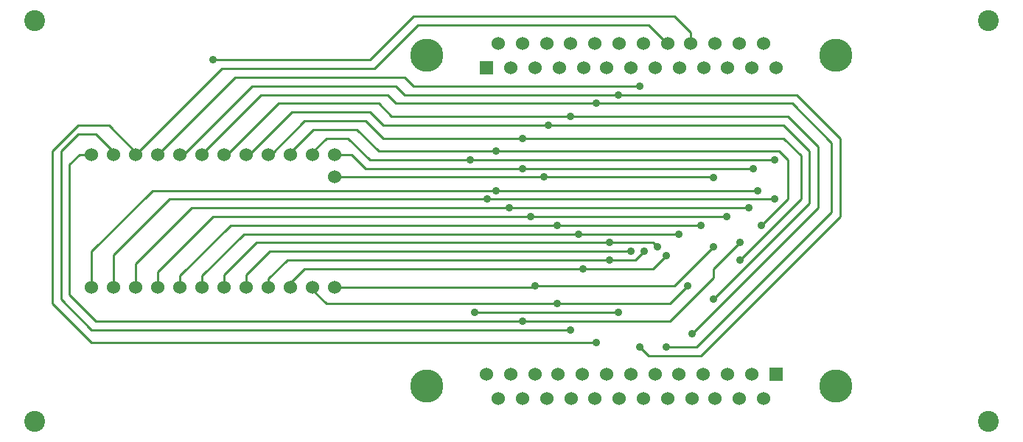
<source format=gbl>
G04 #@! TF.FileFunction,Copper,L2,Bot,Signal*
%FSLAX46Y46*%
G04 Gerber Fmt 4.6, Leading zero omitted, Abs format (unit mm)*
G04 Created by KiCad (PCBNEW 4.0.7) date 12/13/17 15:12:22*
%MOMM*%
%LPD*%
G01*
G04 APERTURE LIST*
%ADD10C,0.100000*%
%ADD11C,1.524000*%
%ADD12C,3.810000*%
%ADD13R,1.524000X1.524000*%
%ADD14C,2.400000*%
%ADD15C,0.889000*%
%ADD16C,0.254000*%
G04 APERTURE END LIST*
D10*
D11*
X12570000Y-34120000D03*
X10030000Y-18880000D03*
X25270000Y-34120000D03*
X25270000Y-18880000D03*
X22730000Y-18880000D03*
X20190000Y-18880000D03*
X17650000Y-18880000D03*
X15110000Y-18880000D03*
X12570000Y-18880000D03*
X27810000Y-18880000D03*
X30350000Y-18880000D03*
X32890000Y-18880000D03*
X35430000Y-18880000D03*
X37970000Y-18880000D03*
X22730000Y-34120000D03*
X20190000Y-34120000D03*
X17650000Y-34120000D03*
X15110000Y-34120000D03*
X10030000Y-34120000D03*
X27810000Y-34120000D03*
X30350000Y-34120000D03*
X32890000Y-34120000D03*
X35430000Y-34120000D03*
X37970000Y-34120000D03*
X37970000Y-21420000D03*
D12*
X48505000Y-45500000D03*
X95495000Y-45500000D03*
D13*
X88637000Y-44103000D03*
D11*
X85843000Y-44103000D03*
X83049000Y-44103000D03*
X80255000Y-44103000D03*
X77461000Y-44103000D03*
X74794000Y-44103000D03*
X72000000Y-44103000D03*
X69206000Y-44103000D03*
X66412000Y-44103000D03*
X63618000Y-44103000D03*
X60951000Y-44103000D03*
X58157000Y-44103000D03*
X55363000Y-44103000D03*
X87240000Y-46897000D03*
X84446000Y-46897000D03*
X81652000Y-46897000D03*
X78985000Y-46897000D03*
X76191000Y-46897000D03*
X73397000Y-46897000D03*
X70603000Y-46897000D03*
X67809000Y-46897000D03*
X65142000Y-46897000D03*
X62348000Y-46897000D03*
X59554000Y-46897000D03*
X56760000Y-46897000D03*
D12*
X95495000Y-7500000D03*
X48505000Y-7500000D03*
D13*
X55363000Y-8897000D03*
D11*
X58157000Y-8897000D03*
X60951000Y-8897000D03*
X63745000Y-8897000D03*
X66539000Y-8897000D03*
X69206000Y-8897000D03*
X72000000Y-8897000D03*
X74794000Y-8897000D03*
X77588000Y-8897000D03*
X80382000Y-8897000D03*
X83049000Y-8897000D03*
X85843000Y-8897000D03*
X88637000Y-8897000D03*
X56760000Y-6103000D03*
X59554000Y-6103000D03*
X62348000Y-6103000D03*
X65015000Y-6103000D03*
X67809000Y-6103000D03*
X70603000Y-6103000D03*
X73397000Y-6103000D03*
X76191000Y-6103000D03*
X78858000Y-6103000D03*
X81652000Y-6103000D03*
X84446000Y-6103000D03*
X87240000Y-6103000D03*
D14*
X3500000Y-3500000D03*
X3500000Y-49500000D03*
X113000000Y-3500000D03*
X113000000Y-49500000D03*
D15*
X62000000Y-21420000D03*
X81500000Y-21500000D03*
X87000000Y-27000000D03*
X56500000Y-18500000D03*
X84500000Y-31000000D03*
X59500000Y-17000000D03*
X79000000Y-39500000D03*
X65000000Y-14500000D03*
X76000000Y-41000000D03*
X68000000Y-13000000D03*
X56500000Y-23000000D03*
X86500000Y-23000000D03*
X77500000Y-28000000D03*
X66000000Y-28000000D03*
X88500000Y-24000000D03*
X55500000Y-24000000D03*
X85500000Y-25000000D03*
X58000000Y-25000000D03*
X83000000Y-26000000D03*
X60500000Y-26000000D03*
X80000000Y-27000000D03*
X63500000Y-27000000D03*
X86000000Y-20500000D03*
X59500000Y-20500000D03*
X75000000Y-29500000D03*
X69500000Y-29000000D03*
X72000000Y-30000000D03*
X73500000Y-30000000D03*
X69500000Y-31000000D03*
X76000000Y-30500000D03*
X66500000Y-32000000D03*
X78500000Y-34000000D03*
X63500000Y-36000000D03*
X81500000Y-29500000D03*
X61000000Y-34000000D03*
X88500000Y-19500000D03*
X53500000Y-19500000D03*
X68000000Y-40500000D03*
X73000000Y-41000000D03*
X70500000Y-12000000D03*
X70500000Y-37000000D03*
X54000000Y-37000000D03*
X73000000Y-11000000D03*
X24000000Y-8000000D03*
X65000000Y-39000000D03*
X84500000Y-29000000D03*
X59500000Y-38000000D03*
X81500000Y-35500000D03*
X62500000Y-15500000D03*
D16*
X81420000Y-21420000D02*
X81500000Y-21500000D01*
X37970000Y-21420000D02*
X62000000Y-21420000D01*
X62000000Y-21420000D02*
X81420000Y-21420000D01*
X56500000Y-18500000D02*
X89000000Y-18500000D01*
X90000000Y-24000000D02*
X87000000Y-27000000D01*
X90000000Y-19500000D02*
X90000000Y-24000000D01*
X89000000Y-18500000D02*
X90000000Y-19500000D01*
X32890000Y-18880000D02*
X32890000Y-18610000D01*
X43000000Y-18500000D02*
X56500000Y-18500000D01*
X40500000Y-16000000D02*
X43000000Y-18500000D01*
X35500000Y-16000000D02*
X40500000Y-16000000D01*
X32890000Y-18610000D02*
X35500000Y-16000000D01*
X59500000Y-17000000D02*
X89500000Y-17000000D01*
X91500000Y-24000000D02*
X84500000Y-31000000D01*
X91500000Y-19000000D02*
X91500000Y-24000000D01*
X89500000Y-17000000D02*
X91500000Y-19000000D01*
X30350000Y-18880000D02*
X30620000Y-18880000D01*
X43500000Y-17000000D02*
X59500000Y-17000000D01*
X41500000Y-15000000D02*
X43500000Y-17000000D01*
X34500000Y-15000000D02*
X41500000Y-15000000D01*
X30620000Y-18880000D02*
X34500000Y-15000000D01*
X65000000Y-14500000D02*
X90000000Y-14500000D01*
X93500000Y-25000000D02*
X79000000Y-39500000D01*
X93500000Y-18000000D02*
X93500000Y-25000000D01*
X90000000Y-14500000D02*
X93500000Y-18000000D01*
X25270000Y-18880000D02*
X25620000Y-18880000D01*
X44500000Y-14500000D02*
X65000000Y-14500000D01*
X43000000Y-13000000D02*
X44500000Y-14500000D01*
X31500000Y-13000000D02*
X43000000Y-13000000D01*
X25620000Y-18880000D02*
X31500000Y-13000000D01*
X68000000Y-13000000D02*
X90500000Y-13000000D01*
X79500000Y-41000000D02*
X76000000Y-41000000D01*
X95000000Y-25500000D02*
X79500000Y-41000000D01*
X95000000Y-17500000D02*
X95000000Y-25500000D01*
X90500000Y-13000000D02*
X95000000Y-17500000D01*
X22730000Y-18880000D02*
X22730000Y-18770000D01*
X45000000Y-13000000D02*
X68000000Y-13000000D01*
X44000000Y-12000000D02*
X45000000Y-13000000D01*
X29500000Y-12000000D02*
X44000000Y-12000000D01*
X22730000Y-18770000D02*
X29500000Y-12000000D01*
X10030000Y-34120000D02*
X10030000Y-29970000D01*
X17000000Y-23000000D02*
X56500000Y-23000000D01*
X56500000Y-23000000D02*
X86500000Y-23000000D01*
X10030000Y-29970000D02*
X17000000Y-23000000D01*
X66000000Y-28000000D02*
X77500000Y-28000000D01*
X22730000Y-34120000D02*
X22730000Y-32770000D01*
X27500000Y-28000000D02*
X66000000Y-28000000D01*
X22730000Y-32770000D02*
X27500000Y-28000000D01*
X55500000Y-24000000D02*
X88500000Y-24000000D01*
X12570000Y-34120000D02*
X12570000Y-30430000D01*
X19000000Y-24000000D02*
X55500000Y-24000000D01*
X12570000Y-30430000D02*
X19000000Y-24000000D01*
X58000000Y-25000000D02*
X85500000Y-25000000D01*
X15110000Y-34120000D02*
X15110000Y-31390000D01*
X21500000Y-25000000D02*
X58000000Y-25000000D01*
X15110000Y-31390000D02*
X21500000Y-25000000D01*
X60500000Y-26000000D02*
X83000000Y-26000000D01*
X17650000Y-34120000D02*
X17650000Y-32350000D01*
X24000000Y-26000000D02*
X60500000Y-26000000D01*
X17650000Y-32350000D02*
X24000000Y-26000000D01*
X63500000Y-27000000D02*
X80000000Y-27000000D01*
X20190000Y-34120000D02*
X20190000Y-32810000D01*
X26000000Y-27000000D02*
X63500000Y-27000000D01*
X20190000Y-32810000D02*
X26000000Y-27000000D01*
X59500000Y-20500000D02*
X86000000Y-20500000D01*
X37970000Y-18880000D02*
X39880000Y-18880000D01*
X41500000Y-20500000D02*
X59500000Y-20500000D01*
X39880000Y-18880000D02*
X41500000Y-20500000D01*
X69500000Y-29000000D02*
X74500000Y-29000000D01*
X74500000Y-29000000D02*
X75000000Y-29500000D01*
X25270000Y-34120000D02*
X25270000Y-32730000D01*
X29000000Y-29000000D02*
X69500000Y-29000000D01*
X25270000Y-32730000D02*
X29000000Y-29000000D01*
X27810000Y-34120000D02*
X27810000Y-32690000D01*
X30500000Y-30000000D02*
X72000000Y-30000000D01*
X27810000Y-32690000D02*
X30500000Y-30000000D01*
X69500000Y-31000000D02*
X72500000Y-31000000D01*
X72500000Y-31000000D02*
X73500000Y-30000000D01*
X30350000Y-34120000D02*
X30350000Y-33150000D01*
X32500000Y-31000000D02*
X69500000Y-31000000D01*
X30350000Y-33150000D02*
X32500000Y-31000000D01*
X66500000Y-32000000D02*
X74500000Y-32000000D01*
X74500000Y-32000000D02*
X76000000Y-30500000D01*
X32890000Y-34120000D02*
X32890000Y-33610000D01*
X34500000Y-32000000D02*
X66500000Y-32000000D01*
X32890000Y-33610000D02*
X34500000Y-32000000D01*
X63500000Y-36000000D02*
X76500000Y-36000000D01*
X76500000Y-36000000D02*
X78500000Y-34000000D01*
X35430000Y-34120000D02*
X35430000Y-34430000D01*
X37000000Y-36000000D02*
X63500000Y-36000000D01*
X35430000Y-34430000D02*
X37000000Y-36000000D01*
X61000000Y-34000000D02*
X77000000Y-34000000D01*
X77000000Y-34000000D02*
X81500000Y-29500000D01*
X37970000Y-34120000D02*
X60880000Y-34120000D01*
X60880000Y-34120000D02*
X61000000Y-34000000D01*
X53500000Y-19500000D02*
X88500000Y-19500000D01*
X35430000Y-18880000D02*
X35430000Y-18570000D01*
X42000000Y-19500000D02*
X53500000Y-19500000D01*
X39500000Y-17000000D02*
X42000000Y-19500000D01*
X37000000Y-17000000D02*
X39500000Y-17000000D01*
X35430000Y-18570000D02*
X37000000Y-17000000D01*
X76191000Y-6103000D02*
X76103000Y-6103000D01*
X24990000Y-9000000D02*
X15110000Y-18880000D01*
X42500000Y-9000000D02*
X24990000Y-9000000D01*
X47500000Y-4000000D02*
X42500000Y-9000000D01*
X74000000Y-4000000D02*
X47500000Y-4000000D01*
X76103000Y-6103000D02*
X74000000Y-4000000D01*
X15110000Y-18880000D02*
X15110000Y-18610000D01*
X10000000Y-40500000D02*
X68000000Y-40500000D01*
X5500000Y-36000000D02*
X10000000Y-40500000D01*
X5500000Y-18500000D02*
X5500000Y-36000000D01*
X8500000Y-15500000D02*
X5500000Y-18500000D01*
X12000000Y-15500000D02*
X8500000Y-15500000D01*
X15110000Y-18610000D02*
X12000000Y-15500000D01*
X70500000Y-12000000D02*
X91000000Y-12000000D01*
X74000000Y-42000000D02*
X73000000Y-41000000D01*
X80000000Y-42000000D02*
X74000000Y-42000000D01*
X96000000Y-26000000D02*
X80000000Y-42000000D01*
X96000000Y-17000000D02*
X96000000Y-26000000D01*
X91000000Y-12000000D02*
X96000000Y-17000000D01*
X20190000Y-18880000D02*
X20620000Y-18880000D01*
X46000000Y-12000000D02*
X70500000Y-12000000D01*
X45000000Y-11000000D02*
X46000000Y-12000000D01*
X28500000Y-11000000D02*
X45000000Y-11000000D01*
X20620000Y-18880000D02*
X28500000Y-11000000D01*
X54000000Y-37000000D02*
X70500000Y-37000000D01*
X17650000Y-18880000D02*
X17650000Y-18850000D01*
X47000000Y-11000000D02*
X73000000Y-11000000D01*
X46000000Y-10000000D02*
X47000000Y-11000000D01*
X26500000Y-10000000D02*
X46000000Y-10000000D01*
X17650000Y-18850000D02*
X26500000Y-10000000D01*
X78858000Y-6103000D02*
X78858000Y-4858000D01*
X42000000Y-8000000D02*
X24000000Y-8000000D01*
X47000000Y-3000000D02*
X42000000Y-8000000D01*
X77000000Y-3000000D02*
X47000000Y-3000000D01*
X78858000Y-4858000D02*
X77000000Y-3000000D01*
X12570000Y-18880000D02*
X12570000Y-18570000D01*
X10000000Y-39000000D02*
X65000000Y-39000000D01*
X6500000Y-35500000D02*
X10000000Y-39000000D01*
X6500000Y-18500000D02*
X6500000Y-35500000D01*
X8500000Y-16500000D02*
X6500000Y-18500000D01*
X10500000Y-16500000D02*
X8500000Y-16500000D01*
X12570000Y-18570000D02*
X10500000Y-16500000D01*
X59500000Y-38000000D02*
X76500000Y-38000000D01*
X81500000Y-32000000D02*
X84500000Y-29000000D01*
X81500000Y-33000000D02*
X81500000Y-32000000D01*
X76500000Y-38000000D02*
X81500000Y-33000000D01*
X10030000Y-18880000D02*
X8620000Y-18880000D01*
X10500000Y-38000000D02*
X59500000Y-38000000D01*
X7500000Y-35000000D02*
X10500000Y-38000000D01*
X7500000Y-20000000D02*
X7500000Y-35000000D01*
X8620000Y-18880000D02*
X7500000Y-20000000D01*
X62500000Y-15500000D02*
X89500000Y-15500000D01*
X92500000Y-24500000D02*
X81500000Y-35500000D01*
X92500000Y-18500000D02*
X92500000Y-24500000D01*
X89500000Y-15500000D02*
X92500000Y-18500000D01*
X27810000Y-18880000D02*
X28120000Y-18880000D01*
X43500000Y-15500000D02*
X62500000Y-15500000D01*
X42000000Y-14000000D02*
X43500000Y-15500000D01*
X33000000Y-14000000D02*
X42000000Y-14000000D01*
X28120000Y-18880000D02*
X33000000Y-14000000D01*
M02*

</source>
